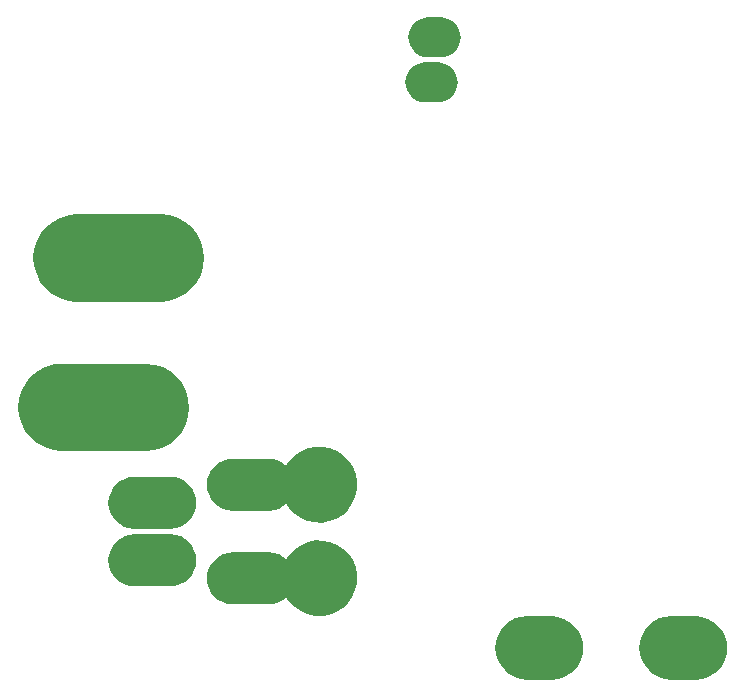
<source format=gbs>
G04 #@! TF.FileFunction,Soldermask,Bot*
%FSLAX46Y46*%
G04 Gerber Fmt 4.6, Leading zero omitted, Abs format (unit mm)*
G04 Created by KiCad (PCBNEW 4.0.7) date 12/01/19 12:15:33*
%MOMM*%
%LPD*%
G01*
G04 APERTURE LIST*
%ADD10C,0.100000*%
G04 APERTURE END LIST*
D10*
G36*
X199678528Y-108196626D02*
X199678543Y-108196628D01*
X199683601Y-108196663D01*
X200207265Y-108255401D01*
X200709546Y-108414735D01*
X201171314Y-108668594D01*
X201574979Y-109007309D01*
X201905167Y-109417979D01*
X202149299Y-109884962D01*
X202298079Y-110390470D01*
X202298087Y-110390555D01*
X202298094Y-110390580D01*
X202345842Y-110915249D01*
X202290774Y-111439187D01*
X202290766Y-111439212D01*
X202290756Y-111439310D01*
X202134934Y-111942692D01*
X201884304Y-112406221D01*
X201548415Y-112812241D01*
X201140060Y-113145287D01*
X200674793Y-113392674D01*
X200170336Y-113544979D01*
X199645903Y-113596400D01*
X197609933Y-113596400D01*
X197577472Y-113596174D01*
X197577457Y-113596172D01*
X197572399Y-113596137D01*
X197048735Y-113537399D01*
X196546454Y-113378065D01*
X196084686Y-113124206D01*
X195681021Y-112785491D01*
X195350833Y-112374821D01*
X195106701Y-111907838D01*
X194957921Y-111402330D01*
X194957913Y-111402245D01*
X194957906Y-111402220D01*
X194910158Y-110877551D01*
X194965226Y-110353613D01*
X194965234Y-110353588D01*
X194965244Y-110353490D01*
X195121066Y-109850108D01*
X195371696Y-109386579D01*
X195707585Y-108980559D01*
X196115940Y-108647513D01*
X196581207Y-108400126D01*
X197085664Y-108247821D01*
X197610097Y-108196400D01*
X199646067Y-108196400D01*
X199678528Y-108196626D01*
X199678528Y-108196626D01*
G37*
G36*
X211870528Y-108196626D02*
X211870543Y-108196628D01*
X211875601Y-108196663D01*
X212399265Y-108255401D01*
X212901546Y-108414735D01*
X213363314Y-108668594D01*
X213766979Y-109007309D01*
X214097167Y-109417979D01*
X214341299Y-109884962D01*
X214490079Y-110390470D01*
X214490087Y-110390555D01*
X214490094Y-110390580D01*
X214537842Y-110915249D01*
X214482774Y-111439187D01*
X214482766Y-111439212D01*
X214482756Y-111439310D01*
X214326934Y-111942692D01*
X214076304Y-112406221D01*
X213740415Y-112812241D01*
X213332060Y-113145287D01*
X212866793Y-113392674D01*
X212362336Y-113544979D01*
X211837903Y-113596400D01*
X209801933Y-113596400D01*
X209769472Y-113596174D01*
X209769457Y-113596172D01*
X209764399Y-113596137D01*
X209240735Y-113537399D01*
X208738454Y-113378065D01*
X208276686Y-113124206D01*
X207873021Y-112785491D01*
X207542833Y-112374821D01*
X207298701Y-111907838D01*
X207149921Y-111402330D01*
X207149913Y-111402245D01*
X207149906Y-111402220D01*
X207102158Y-110877551D01*
X207157226Y-110353613D01*
X207157234Y-110353588D01*
X207157244Y-110353490D01*
X207313066Y-109850108D01*
X207563696Y-109386579D01*
X207899585Y-108980559D01*
X208307940Y-108647513D01*
X208773207Y-108400126D01*
X209277664Y-108247821D01*
X209802097Y-108196400D01*
X211838067Y-108196400D01*
X211870528Y-108196626D01*
X211870528Y-108196626D01*
G37*
G36*
X180320510Y-101805726D02*
X180935245Y-101931913D01*
X181513764Y-102175101D01*
X182034033Y-102526025D01*
X182476225Y-102971315D01*
X182823509Y-103494020D01*
X183062651Y-104074222D01*
X183184371Y-104688955D01*
X183184371Y-104688984D01*
X183184537Y-104689824D01*
X183174528Y-105406607D01*
X183174338Y-105407442D01*
X183174338Y-105407466D01*
X183035499Y-106018569D01*
X182780251Y-106591864D01*
X182418509Y-107104666D01*
X181964051Y-107537440D01*
X181434191Y-107873701D01*
X180849111Y-108100638D01*
X180231091Y-108209611D01*
X179603671Y-108196469D01*
X178990759Y-108061712D01*
X178415694Y-107810471D01*
X177900378Y-107452318D01*
X177464442Y-107000892D01*
X177285794Y-106723684D01*
X177262770Y-106697092D01*
X177233249Y-106677968D01*
X177199569Y-106667826D01*
X177164397Y-106667468D01*
X177130517Y-106676923D01*
X177103072Y-106693702D01*
X176928564Y-106836027D01*
X176549458Y-107037601D01*
X176138419Y-107161701D01*
X175711103Y-107203600D01*
X172675137Y-107203600D01*
X172649654Y-107203422D01*
X172649648Y-107203421D01*
X172644580Y-107203386D01*
X172217891Y-107155525D01*
X171808625Y-107025698D01*
X171432370Y-106818850D01*
X171103457Y-106542859D01*
X170834416Y-106208239D01*
X170635493Y-105827735D01*
X170514265Y-105415839D01*
X170514258Y-105415760D01*
X170514249Y-105415730D01*
X170475345Y-104988242D01*
X170520214Y-104561351D01*
X170520220Y-104561331D01*
X170520231Y-104561229D01*
X170647198Y-104151066D01*
X170851414Y-103773376D01*
X171125102Y-103442544D01*
X171457836Y-103171173D01*
X171836942Y-102969599D01*
X172247981Y-102845499D01*
X172675297Y-102803600D01*
X175711263Y-102803600D01*
X175736746Y-102803778D01*
X175736752Y-102803779D01*
X175741820Y-102803814D01*
X176168509Y-102851675D01*
X176577775Y-102981502D01*
X176954030Y-103188350D01*
X177100347Y-103311124D01*
X177128950Y-103328937D01*
X177162806Y-103338476D01*
X177197979Y-103338206D01*
X177231684Y-103328147D01*
X177261253Y-103309096D01*
X177282580Y-103285209D01*
X177521192Y-102936724D01*
X177969562Y-102497648D01*
X178494677Y-102154023D01*
X179076534Y-101918938D01*
X179692973Y-101801346D01*
X180320510Y-101805726D01*
X180320510Y-101805726D01*
G37*
G36*
X167405546Y-101279778D02*
X167405552Y-101279779D01*
X167410620Y-101279814D01*
X167837309Y-101327675D01*
X168246575Y-101457502D01*
X168622830Y-101664350D01*
X168951743Y-101940341D01*
X169220784Y-102274961D01*
X169419707Y-102655465D01*
X169540935Y-103067361D01*
X169540942Y-103067440D01*
X169540951Y-103067470D01*
X169579855Y-103494958D01*
X169534986Y-103921849D01*
X169534980Y-103921869D01*
X169534969Y-103921971D01*
X169408002Y-104332134D01*
X169203786Y-104709824D01*
X168930098Y-105040656D01*
X168597364Y-105312027D01*
X168218258Y-105513601D01*
X167807219Y-105637701D01*
X167379903Y-105679600D01*
X164343937Y-105679600D01*
X164318454Y-105679422D01*
X164318448Y-105679421D01*
X164313380Y-105679386D01*
X163886691Y-105631525D01*
X163477425Y-105501698D01*
X163101170Y-105294850D01*
X162772257Y-105018859D01*
X162503216Y-104684239D01*
X162304293Y-104303735D01*
X162183065Y-103891839D01*
X162183058Y-103891760D01*
X162183049Y-103891730D01*
X162144145Y-103464242D01*
X162189014Y-103037351D01*
X162189020Y-103037331D01*
X162189031Y-103037229D01*
X162315998Y-102627066D01*
X162520214Y-102249376D01*
X162793902Y-101918544D01*
X163126636Y-101647173D01*
X163505742Y-101445599D01*
X163916781Y-101321499D01*
X164344097Y-101279600D01*
X167380063Y-101279600D01*
X167405546Y-101279778D01*
X167405546Y-101279778D01*
G37*
G36*
X167405546Y-96402978D02*
X167405552Y-96402979D01*
X167410620Y-96403014D01*
X167837309Y-96450875D01*
X168246575Y-96580702D01*
X168622830Y-96787550D01*
X168951743Y-97063541D01*
X169220784Y-97398161D01*
X169419707Y-97778665D01*
X169540935Y-98190561D01*
X169540942Y-98190640D01*
X169540951Y-98190670D01*
X169579855Y-98618158D01*
X169534986Y-99045049D01*
X169534980Y-99045069D01*
X169534969Y-99045171D01*
X169408002Y-99455334D01*
X169203786Y-99833024D01*
X168930098Y-100163856D01*
X168597364Y-100435227D01*
X168218258Y-100636801D01*
X167807219Y-100760901D01*
X167379903Y-100802800D01*
X164343937Y-100802800D01*
X164318454Y-100802622D01*
X164318448Y-100802621D01*
X164313380Y-100802586D01*
X163886691Y-100754725D01*
X163477425Y-100624898D01*
X163101170Y-100418050D01*
X162772257Y-100142059D01*
X162503216Y-99807439D01*
X162304293Y-99426935D01*
X162183065Y-99015039D01*
X162183058Y-99014960D01*
X162183049Y-99014930D01*
X162144145Y-98587442D01*
X162189014Y-98160551D01*
X162189020Y-98160531D01*
X162189031Y-98160429D01*
X162315998Y-97750266D01*
X162520214Y-97372576D01*
X162793902Y-97041744D01*
X163126636Y-96770373D01*
X163505742Y-96568799D01*
X163916781Y-96444699D01*
X164344097Y-96402800D01*
X167380063Y-96402800D01*
X167405546Y-96402978D01*
X167405546Y-96402978D01*
G37*
G36*
X180320510Y-93880926D02*
X180935245Y-94007113D01*
X181513764Y-94250301D01*
X182034033Y-94601225D01*
X182476225Y-95046515D01*
X182823509Y-95569220D01*
X183062651Y-96149422D01*
X183184371Y-96764155D01*
X183184371Y-96764184D01*
X183184537Y-96765024D01*
X183174528Y-97481807D01*
X183174338Y-97482642D01*
X183174338Y-97482666D01*
X183035499Y-98093769D01*
X182780251Y-98667064D01*
X182418509Y-99179866D01*
X181964051Y-99612640D01*
X181434191Y-99948901D01*
X180849111Y-100175838D01*
X180231091Y-100284811D01*
X179603671Y-100271669D01*
X178990759Y-100136912D01*
X178415694Y-99885671D01*
X177900378Y-99527518D01*
X177464442Y-99076092D01*
X177285794Y-98798884D01*
X177262770Y-98772292D01*
X177233249Y-98753168D01*
X177199569Y-98743026D01*
X177164397Y-98742668D01*
X177130517Y-98752123D01*
X177103072Y-98768902D01*
X176928564Y-98911227D01*
X176549458Y-99112801D01*
X176138419Y-99236901D01*
X175711103Y-99278800D01*
X172675137Y-99278800D01*
X172649654Y-99278622D01*
X172649648Y-99278621D01*
X172644580Y-99278586D01*
X172217891Y-99230725D01*
X171808625Y-99100898D01*
X171432370Y-98894050D01*
X171103457Y-98618059D01*
X170834416Y-98283439D01*
X170635493Y-97902935D01*
X170514265Y-97491039D01*
X170514258Y-97490960D01*
X170514249Y-97490930D01*
X170475345Y-97063442D01*
X170520214Y-96636551D01*
X170520220Y-96636531D01*
X170520231Y-96636429D01*
X170647198Y-96226266D01*
X170851414Y-95848576D01*
X171125102Y-95517744D01*
X171457836Y-95246373D01*
X171836942Y-95044799D01*
X172247981Y-94920699D01*
X172675297Y-94878800D01*
X175711263Y-94878800D01*
X175736746Y-94878978D01*
X175736752Y-94878979D01*
X175741820Y-94879014D01*
X176168509Y-94926875D01*
X176577775Y-95056702D01*
X176954030Y-95263550D01*
X177100347Y-95386324D01*
X177128950Y-95404137D01*
X177162806Y-95413676D01*
X177197979Y-95413406D01*
X177231684Y-95403347D01*
X177261253Y-95384296D01*
X177282580Y-95360409D01*
X177521192Y-95011924D01*
X177969562Y-94572848D01*
X178494677Y-94229223D01*
X179076534Y-93994138D01*
X179692973Y-93876546D01*
X180320510Y-93880926D01*
X180320510Y-93880926D01*
G37*
G36*
X165328624Y-86825924D02*
X165328639Y-86825926D01*
X165333698Y-86825961D01*
X166051311Y-86906454D01*
X166739623Y-87124799D01*
X167372416Y-87472680D01*
X167925587Y-87936846D01*
X168378066Y-88499616D01*
X168712618Y-89139556D01*
X168916501Y-89832289D01*
X168916508Y-89832368D01*
X168916517Y-89832398D01*
X168981953Y-90551430D01*
X168906484Y-91269466D01*
X168906476Y-91269491D01*
X168906466Y-91269588D01*
X168692932Y-91959408D01*
X168349477Y-92594614D01*
X167889185Y-93151012D01*
X167329587Y-93607409D01*
X166691998Y-93946420D01*
X166000705Y-94155134D01*
X165282038Y-94225600D01*
X158212200Y-94225600D01*
X158165776Y-94225276D01*
X158165761Y-94225274D01*
X158160702Y-94225239D01*
X157443089Y-94144746D01*
X156754777Y-93926401D01*
X156121984Y-93578520D01*
X155568813Y-93114354D01*
X155116334Y-92551584D01*
X154781782Y-91911644D01*
X154577899Y-91218911D01*
X154577892Y-91218832D01*
X154577883Y-91218802D01*
X154512447Y-90499770D01*
X154587916Y-89781734D01*
X154587924Y-89781709D01*
X154587934Y-89781612D01*
X154801468Y-89091792D01*
X155144923Y-88456586D01*
X155605215Y-87900188D01*
X156164813Y-87443791D01*
X156802402Y-87104780D01*
X157493695Y-86896066D01*
X158212362Y-86825600D01*
X165282200Y-86825600D01*
X165328624Y-86825924D01*
X165328624Y-86825924D01*
G37*
G36*
X166598624Y-74176724D02*
X166598639Y-74176726D01*
X166603698Y-74176761D01*
X167321311Y-74257254D01*
X168009623Y-74475599D01*
X168642416Y-74823480D01*
X169195587Y-75287646D01*
X169648066Y-75850416D01*
X169982618Y-76490356D01*
X170186501Y-77183089D01*
X170186508Y-77183168D01*
X170186517Y-77183198D01*
X170251953Y-77902230D01*
X170176484Y-78620266D01*
X170176476Y-78620291D01*
X170176466Y-78620388D01*
X169962932Y-79310208D01*
X169619477Y-79945414D01*
X169159185Y-80501812D01*
X168599587Y-80958209D01*
X167961998Y-81297220D01*
X167270705Y-81505934D01*
X166552038Y-81576400D01*
X159482200Y-81576400D01*
X159435776Y-81576076D01*
X159435761Y-81576074D01*
X159430702Y-81576039D01*
X158713089Y-81495546D01*
X158024777Y-81277201D01*
X157391984Y-80929320D01*
X156838813Y-80465154D01*
X156386334Y-79902384D01*
X156051782Y-79262444D01*
X155847899Y-78569711D01*
X155847892Y-78569632D01*
X155847883Y-78569602D01*
X155782447Y-77850570D01*
X155857916Y-77132534D01*
X155857924Y-77132509D01*
X155857934Y-77132412D01*
X156071468Y-76442592D01*
X156414923Y-75807386D01*
X156875215Y-75250988D01*
X157434813Y-74794591D01*
X158072402Y-74455580D01*
X158763695Y-74246866D01*
X159482362Y-74176400D01*
X166552200Y-74176400D01*
X166598624Y-74176724D01*
X166598624Y-74176724D01*
G37*
G36*
X190013307Y-61317529D02*
X190013321Y-61317531D01*
X190018381Y-61317566D01*
X190348095Y-61354549D01*
X190664346Y-61454870D01*
X190955089Y-61614707D01*
X191209249Y-61827972D01*
X191417144Y-62086543D01*
X191570858Y-62380569D01*
X191664533Y-62698852D01*
X191664541Y-62698935D01*
X191664548Y-62698960D01*
X191694609Y-63029268D01*
X191659941Y-63359109D01*
X191659933Y-63359134D01*
X191659923Y-63359232D01*
X191561812Y-63676176D01*
X191404009Y-63968028D01*
X191192523Y-64223670D01*
X190935411Y-64433366D01*
X190642465Y-64589128D01*
X190324843Y-64685024D01*
X189994645Y-64717400D01*
X188973194Y-64717400D01*
X188954693Y-64717271D01*
X188954679Y-64717269D01*
X188949619Y-64717234D01*
X188619905Y-64680251D01*
X188303654Y-64579930D01*
X188012911Y-64420093D01*
X187758751Y-64206828D01*
X187550856Y-63948257D01*
X187397142Y-63654231D01*
X187303467Y-63335948D01*
X187303459Y-63335865D01*
X187303452Y-63335840D01*
X187273391Y-63005532D01*
X187308059Y-62675691D01*
X187308067Y-62675666D01*
X187308077Y-62675568D01*
X187406188Y-62358624D01*
X187563991Y-62066772D01*
X187775477Y-61811130D01*
X188032589Y-61601434D01*
X188325535Y-61445672D01*
X188643157Y-61349776D01*
X188973355Y-61317400D01*
X189994806Y-61317400D01*
X190013307Y-61317529D01*
X190013307Y-61317529D01*
G37*
G36*
X190267307Y-57507529D02*
X190267321Y-57507531D01*
X190272381Y-57507566D01*
X190602095Y-57544549D01*
X190918346Y-57644870D01*
X191209089Y-57804707D01*
X191463249Y-58017972D01*
X191671144Y-58276543D01*
X191824858Y-58570569D01*
X191918533Y-58888852D01*
X191918541Y-58888935D01*
X191918548Y-58888960D01*
X191948609Y-59219268D01*
X191913941Y-59549109D01*
X191913933Y-59549134D01*
X191913923Y-59549232D01*
X191815812Y-59866176D01*
X191658009Y-60158028D01*
X191446523Y-60413670D01*
X191189411Y-60623366D01*
X190896465Y-60779128D01*
X190578843Y-60875024D01*
X190248645Y-60907400D01*
X189227194Y-60907400D01*
X189208693Y-60907271D01*
X189208679Y-60907269D01*
X189203619Y-60907234D01*
X188873905Y-60870251D01*
X188557654Y-60769930D01*
X188266911Y-60610093D01*
X188012751Y-60396828D01*
X187804856Y-60138257D01*
X187651142Y-59844231D01*
X187557467Y-59525948D01*
X187557459Y-59525865D01*
X187557452Y-59525840D01*
X187527391Y-59195532D01*
X187562059Y-58865691D01*
X187562067Y-58865666D01*
X187562077Y-58865568D01*
X187660188Y-58548624D01*
X187817991Y-58256772D01*
X188029477Y-58001130D01*
X188286589Y-57791434D01*
X188579535Y-57635672D01*
X188897157Y-57539776D01*
X189227355Y-57507400D01*
X190248806Y-57507400D01*
X190267307Y-57507529D01*
X190267307Y-57507529D01*
G37*
M02*

</source>
